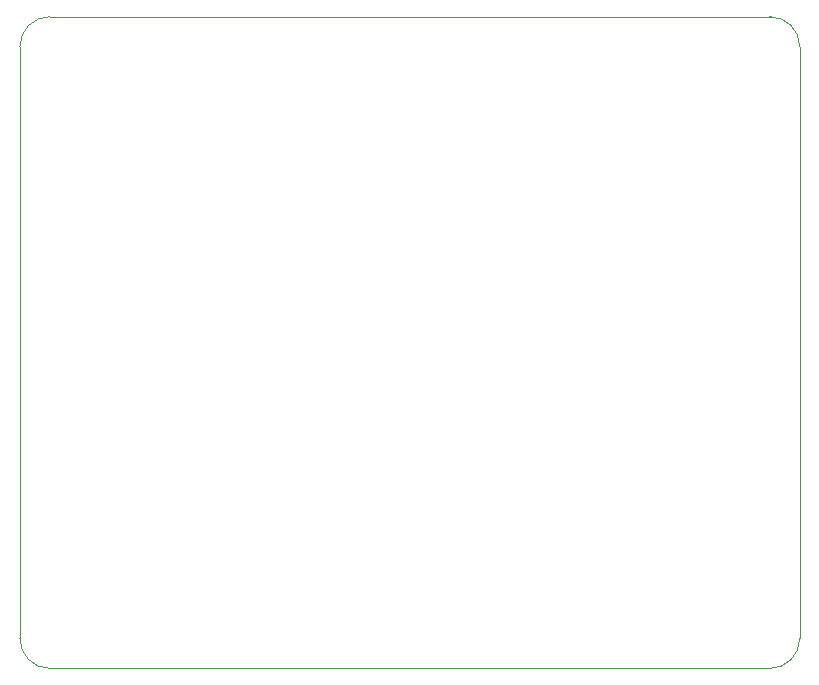
<source format=gm1>
G04 #@! TF.GenerationSoftware,KiCad,Pcbnew,6.0.8-f2edbf62ab~116~ubuntu22.04.1*
G04 #@! TF.CreationDate,2022-11-21T12:08:00-08:00*
G04 #@! TF.ProjectId,pico_pmod_host,7069636f-5f70-46d6-9f64-5f686f73742e,v0.1*
G04 #@! TF.SameCoordinates,Original*
G04 #@! TF.FileFunction,Profile,NP*
%FSLAX46Y46*%
G04 Gerber Fmt 4.6, Leading zero omitted, Abs format (unit mm)*
G04 Created by KiCad (PCBNEW 6.0.8-f2edbf62ab~116~ubuntu22.04.1) date 2022-11-21 12:08:00*
%MOMM*%
%LPD*%
G01*
G04 APERTURE LIST*
G04 #@! TA.AperFunction,Profile*
%ADD10C,0.050000*%
G04 #@! TD*
G04 APERTURE END LIST*
D10*
X180340000Y-70200000D02*
X180340000Y-120300000D01*
X177800000Y-122840000D02*
X116840000Y-122840000D01*
X177800000Y-122840000D02*
G75*
G03*
X180340000Y-120300000I0J2540000D01*
G01*
X180340000Y-70200000D02*
G75*
G03*
X177800000Y-67660000I-2540000J0D01*
G01*
X114300000Y-120300000D02*
X114300000Y-70200000D01*
X116840000Y-67660000D02*
G75*
G03*
X114300000Y-70200000I0J-2540000D01*
G01*
X177800000Y-67660000D02*
X116840000Y-67660000D01*
X114300000Y-120300000D02*
G75*
G03*
X116840000Y-122840000I2540000J0D01*
G01*
M02*

</source>
